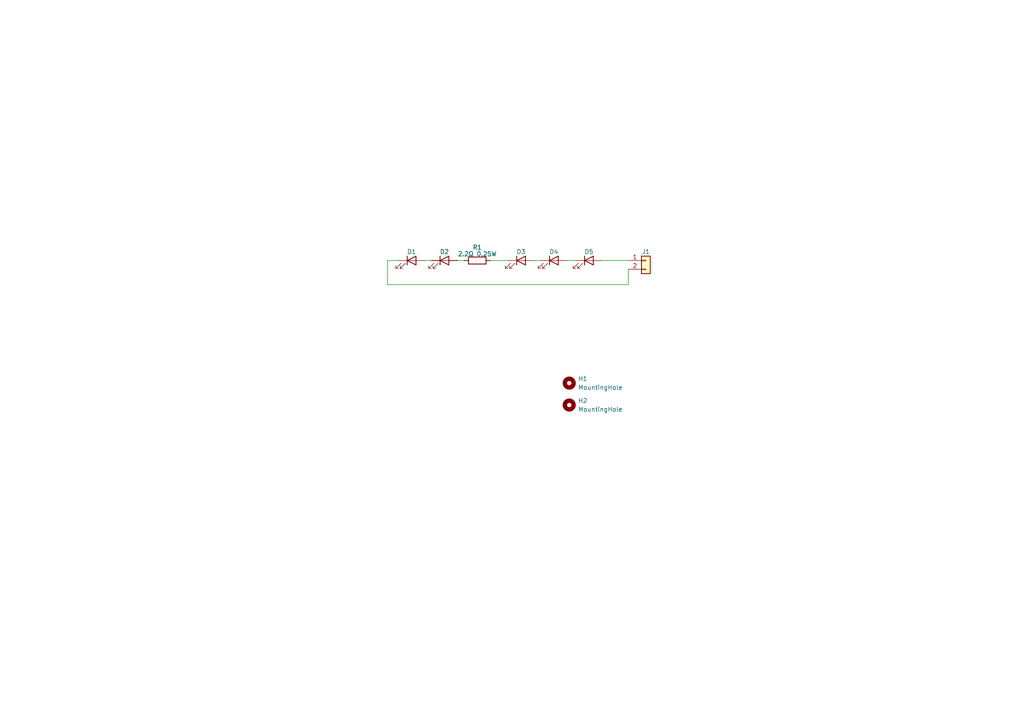
<source format=kicad_sch>
(kicad_sch (version 20231120) (generator "eeschema") (generator_version "8.0")
  (paper "A4")
  (lib_symbols
    (symbol "Connector_Generic:Conn_01x02" (pin_names (offset 1.016) hide)
      (property "Reference" "J" (at 0 2.54 0))
      (property "Value" "Conn_01x02" (at 0 -5.08 0))
      (symbol "Conn_01x02_1_1"
        (rectangle (start -1.27 -2.413) (end 0 -2.667) (stroke (width 0.1524)))
        (rectangle (start -1.27 0.127) (end 0 -0.127) (stroke (width 0.1524)))
        (rectangle (start -1.27 1.27) (end 1.27 -3.81) (stroke (width 0.254)) (fill (type background)))
        (pin passive line (at -5.08 0 0) (length 3.81) (name "Pin_1") (number "1"))
        (pin passive line (at -5.08 -2.54 0) (length 3.81) (name "Pin_2") (number "2"))
      )
    )
    (symbol "Device:LED" (pin_numbers hide) (pin_names (offset 1.016) hide)
      (property "Reference" "D" (at 0 2.54 0))
      (property "Value" "LED" (at 0 -2.54 0))
      (symbol "LED_0_1"
        (polyline (pts (xy -1.27 -1.27) (xy -1.27 1.27)) (stroke (width 0.254)))
        (polyline (pts (xy -1.27 0) (xy 1.27 0)))
        (polyline (pts (xy 1.27 -1.27) (xy 1.27 1.27) (xy -1.27 0) (xy 1.27 -1.27)) (stroke (width 0.254)))
        (polyline (pts (xy -3.048 -0.762) (xy -4.572 -2.286) (xy -3.81 -2.286) (xy -4.572 -2.286) (xy -4.572 -1.524)))
        (polyline (pts (xy -1.778 -0.762) (xy -3.302 -2.286) (xy -2.54 -2.286) (xy -3.302 -2.286) (xy -3.302 -1.524)))
      )
      (symbol "LED_1_1"
        (pin passive line (at -3.81 0 0) (length 2.54) (name "K") (number "1"))
        (pin passive line (at 3.81 0 180) (length 2.54) (name "A") (number "2"))
      )
    )
    (symbol "Device:R" (pin_numbers hide) (pin_names (offset 0))
      (property "Reference" "R" (at 2.032 0 90))
      (property "Value" "R" (at 0 0 90))
      (symbol "R_0_1"
        (rectangle (start -1.016 -2.54) (end 1.016 2.54) (stroke (width 0.254)))
      )
      (symbol "R_1_1"
        (pin passive line (at 0 3.81 270) (length 1.27) (name "~") (number "1"))
        (pin passive line (at 0 -3.81 90) (length 1.27) (name "~") (number "2"))
      )
    )
    (symbol "Mechanical:MountingHole" (pin_names (offset 1.016))
      (property "Reference" "H" (at 0 5.08 0))
      (property "Value" "MountingHole" (at 0 3.175 0))
      (symbol "MountingHole_0_1"
        (circle (center 0 0) (radius 1.27) (stroke (width 1.27)))
      )
    )
  )
  (wire (pts (xy 112.395 82.55) (xy 182.245 82.55)))
  (wire (pts (xy 164.465 75.565) (xy 167.005 75.565)))
  (wire (pts (xy 112.395 75.565) (xy 112.395 82.55)))
  (wire (pts (xy 174.625 75.565) (xy 182.245 75.565)))
  (wire (pts (xy 132.715 75.565) (xy 134.62 75.565)))
  (wire (pts (xy 182.245 82.55) (xy 182.245 78.105)))
  (wire (pts (xy 154.94 75.565) (xy 156.845 75.565)))
  (wire (pts (xy 112.395 75.565) (xy 115.57 75.565)))
  (wire (pts (xy 142.24 75.565) (xy 147.32 75.565)))
  (wire (pts (xy 123.19 75.565) (xy 125.095 75.565)))
  (symbol (lib_id "Device:LED") (at 170.815 75.565 0) (unit 1)
    (property "Reference" "D5" (at 170.815 73.025 0))
    (property "Value" "GW QSLMS2.HM-H8H9-XX52-1U1V" (effects (hide yes)))
    (property "Footprint" "Retronics_Optoelectronics:GW_QSLMS2.HM-H8H9-XX53-1U1V" (effects (hide yes)))
  )
  (symbol (lib_id "Mechanical:MountingHole") (at 165.1 117.475 0) (unit 1)
    (property "Reference" "H2" (at 167.64 116.205 0) (effects (justify left)))
    (property "Value" "MountingHole" (at 167.64 118.745 0) (effects (justify left)))
    (property "Footprint" "MountingHole:MountingHole_3.2mm_M3" (effects (hide yes)))
  )
  (symbol (lib_id "Device:LED") (at 160.655 75.565 0) (unit 1)
    (property "Reference" "D4" (at 160.655 73.025 0))
    (property "Value" "GW QSLMS2.HM-H8H9-XX52-1U1V" (effects (hide yes)))
    (property "Footprint" "Retronics_Optoelectronics:GW_QSLMS2.HM-H8H9-XX53-1U1V" (effects (hide yes)))
  )
  (symbol (lib_id "Device:LED") (at 128.905 75.565 0) (unit 1)
    (property "Reference" "D2" (at 128.905 73.025 0))
    (property "Value" "GW QSLMS2.HM-H8H9-XX52-1U1V" (effects (hide yes)))
    (property "Footprint" "Retronics_Optoelectronics:GW_QSLMS2.HM-H8H9-XX53-1U1V" (effects (hide yes)))
  )
  (symbol (lib_id "Device:LED") (at 119.38 75.565 0) (unit 1)
    (property "Reference" "D1" (at 119.38 73.025 0))
    (property "Value" "GW QSLMS2.HM-H8H9-XX52-1U1V" (effects (hide yes)))
    (property "Footprint" "Retronics_Optoelectronics:GW_QSLMS2.HM-H8H9-XX53-1U1V" (effects (hide yes)))
  )
  (symbol (lib_id "Device:LED") (at 151.13 75.565 0) (unit 1)
    (property "Reference" "D3" (at 151.13 73.025 0))
    (property "Value" "GW QSLMS2.HM-H8H9-XX52-1U1V" (effects (hide yes)))
    (property "Footprint" "Retronics_Optoelectronics:GW_QSLMS2.HM-H8H9-XX53-1U1V" (effects (hide yes)))
  )
  (symbol (lib_id "Device:R") (at 138.43 75.565 90) (unit 1)
    (property "Reference" "R1" (at 138.43 71.755 90))
    (property "Value" "2.2Ω 0.25W" (at 138.43 73.66 90))
    (property "Footprint" "Resistor_SMD:R_1206_3216Metric_Pad1.30x1.75mm_HandSolder" (effects (hide yes)))
  )
  (symbol (lib_id "Connector_Generic:Conn_01x02") (at 187.325 75.565 0) (unit 1)
    (property "Reference" "J1" (at 187.325 73.025 0))
    (property "Footprint" "Retronics_Connectors:Pads_Dual_3x4" (effects (hide yes)))
  )
  (symbol (lib_id "Mechanical:MountingHole") (at 165.1 111.125 0) (unit 1)
    (property "Reference" "H1" (at 167.64 109.855 0) (effects (justify left)))
    (property "Value" "MountingHole" (at 167.64 112.395 0) (effects (justify left)))
    (property "Footprint" "MountingHole:MountingHole_3.2mm_M3" (effects (hide yes)))
  )
)
</source>
